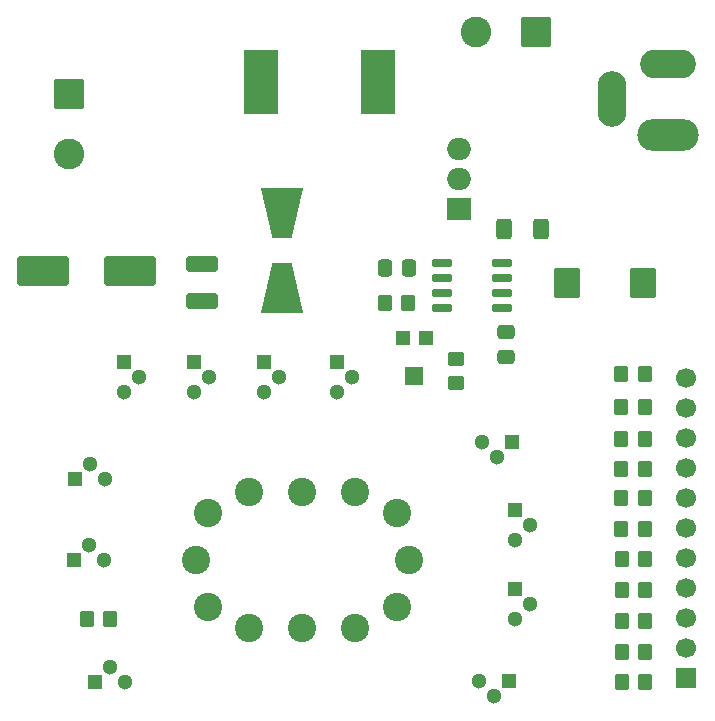
<source format=gbr>
%TF.GenerationSoftware,KiCad,Pcbnew,9.0.1*%
%TF.CreationDate,2025-06-28T16:23:07-04:00*%
%TF.ProjectId,nixie-hvdc,6e697869-652d-4687-9664-632e6b696361,rev?*%
%TF.SameCoordinates,Original*%
%TF.FileFunction,Soldermask,Top*%
%TF.FilePolarity,Negative*%
%FSLAX46Y46*%
G04 Gerber Fmt 4.6, Leading zero omitted, Abs format (unit mm)*
G04 Created by KiCad (PCBNEW 9.0.1) date 2025-06-28 16:23:07*
%MOMM*%
%LPD*%
G01*
G04 APERTURE LIST*
G04 Aperture macros list*
%AMRoundRect*
0 Rectangle with rounded corners*
0 $1 Rounding radius*
0 $2 $3 $4 $5 $6 $7 $8 $9 X,Y pos of 4 corners*
0 Add a 4 corners polygon primitive as box body*
4,1,4,$2,$3,$4,$5,$6,$7,$8,$9,$2,$3,0*
0 Add four circle primitives for the rounded corners*
1,1,$1+$1,$2,$3*
1,1,$1+$1,$4,$5*
1,1,$1+$1,$6,$7*
1,1,$1+$1,$8,$9*
0 Add four rect primitives between the rounded corners*
20,1,$1+$1,$2,$3,$4,$5,0*
20,1,$1+$1,$4,$5,$6,$7,0*
20,1,$1+$1,$6,$7,$8,$9,0*
20,1,$1+$1,$8,$9,$2,$3,0*%
%AMOutline4P*
0 Free polygon, 4 corners , with rotation*
0 The origin of the aperture is its center*
0 number of corners: always 4*
0 $1 to $8 corner X, Y*
0 $9 Rotation angle, in degrees counterclockwise*
0 create outline with 4 corners*
4,1,4,$1,$2,$3,$4,$5,$6,$7,$8,$1,$2,$9*%
G04 Aperture macros list end*
%ADD10R,1.300000X1.300000*%
%ADD11C,1.300000*%
%ADD12RoundRect,0.250000X0.350000X0.450000X-0.350000X0.450000X-0.350000X-0.450000X0.350000X-0.450000X0*%
%ADD13O,5.204000X2.704000*%
%ADD14O,4.704000X2.454000*%
%ADD15O,2.454000X4.704000*%
%ADD16RoundRect,0.150000X-0.725000X-0.150000X0.725000X-0.150000X0.725000X0.150000X-0.725000X0.150000X0*%
%ADD17C,2.397760*%
%ADD18R,2.900000X5.400000*%
%ADD19RoundRect,0.250001X-0.872499X-1.044999X0.872499X-1.044999X0.872499X1.044999X-0.872499X1.044999X0*%
%ADD20R,2.000000X1.905000*%
%ADD21O,2.000000X1.905000*%
%ADD22RoundRect,0.250000X1.100000X-0.412500X1.100000X0.412500X-1.100000X0.412500X-1.100000X-0.412500X0*%
%ADD23RoundRect,0.250000X-0.450000X0.350000X-0.450000X-0.350000X0.450000X-0.350000X0.450000X0.350000X0*%
%ADD24Outline4P,-2.150000X-1.800000X2.150000X-0.800000X2.150000X0.800000X-2.150000X1.800000X90.000000*%
%ADD25Outline4P,-2.150000X-1.800000X2.150000X-0.800000X2.150000X0.800000X-2.150000X1.800000X270.000000*%
%ADD26RoundRect,0.250000X-1.050000X1.050000X-1.050000X-1.050000X1.050000X-1.050000X1.050000X1.050000X0*%
%ADD27C,2.600000*%
%ADD28RoundRect,0.250000X-0.400000X-0.625000X0.400000X-0.625000X0.400000X0.625000X-0.400000X0.625000X0*%
%ADD29RoundRect,0.250000X1.950000X1.000000X-1.950000X1.000000X-1.950000X-1.000000X1.950000X-1.000000X0*%
%ADD30RoundRect,0.250000X-0.475000X0.337500X-0.475000X-0.337500X0.475000X-0.337500X0.475000X0.337500X0*%
%ADD31R,1.200000X1.200000*%
%ADD32R,1.600000X1.500000*%
%ADD33RoundRect,0.250000X0.337500X0.475000X-0.337500X0.475000X-0.337500X-0.475000X0.337500X-0.475000X0*%
%ADD34RoundRect,0.250000X-0.350000X-0.450000X0.350000X-0.450000X0.350000X0.450000X-0.350000X0.450000X0*%
%ADD35R,1.700000X1.700000*%
%ADD36C,1.700000*%
%ADD37RoundRect,0.250000X1.050000X1.050000X-1.050000X1.050000X-1.050000X-1.050000X1.050000X-1.050000X0*%
G04 APERTURE END LIST*
D10*
%TO.C,Q9*%
X142540001Y-95460000D03*
D11*
X143810001Y-96730000D03*
X142540001Y-98000000D03*
%TD*%
D12*
%TO.C,R10*%
X174800000Y-117400000D03*
X172800000Y-117400000D03*
%TD*%
D10*
%TO.C,Q2*%
X148730000Y-95480000D03*
D11*
X150000000Y-96750000D03*
X148730000Y-98020000D03*
%TD*%
D13*
%TO.C,J2*%
X176700000Y-76250000D03*
D14*
X176700000Y-70250000D03*
D15*
X172000000Y-73250000D03*
%TD*%
D12*
%TO.C,R3*%
X174750000Y-96500000D03*
X172750000Y-96500000D03*
%TD*%
D16*
%TO.C,U1*%
X157550000Y-87080000D03*
X157550000Y-88350000D03*
X157550000Y-89620000D03*
X157550000Y-90890000D03*
X162700000Y-90890000D03*
X162700000Y-89620000D03*
X162700000Y-88350000D03*
X162700000Y-87080000D03*
%TD*%
D12*
%TO.C,R11*%
X174800000Y-122600000D03*
X172800000Y-122600000D03*
%TD*%
D17*
%TO.C,NX1*%
X141251660Y-117998020D03*
X137751540Y-108252040D03*
X141251660Y-106501980D03*
X145750000Y-106501980D03*
X150248340Y-106501980D03*
X153748460Y-108252040D03*
X154749219Y-112250000D03*
X153748460Y-116247960D03*
X150248340Y-117998020D03*
X145750000Y-117998020D03*
X137751540Y-116247960D03*
X136750781Y-112250000D03*
%TD*%
D10*
%TO.C,Q7*%
X136540001Y-95460000D03*
D11*
X137810001Y-96730000D03*
X136540001Y-98000000D03*
%TD*%
D10*
%TO.C,Q3*%
X126480000Y-105360000D03*
D11*
X127750000Y-104090000D03*
X129020000Y-105360000D03*
%TD*%
D10*
%TO.C,Q1*%
X128229999Y-122610000D03*
D11*
X129499999Y-121340000D03*
X130769999Y-122610000D03*
%TD*%
D18*
%TO.C,L1*%
X152150002Y-71750000D03*
X142250000Y-71750000D03*
%TD*%
D12*
%TO.C,R1*%
X174800000Y-120000000D03*
X172800000Y-120000000D03*
%TD*%
%TO.C,R9*%
X174750000Y-104500000D03*
X172750000Y-104500000D03*
%TD*%
D19*
%TO.C,C1*%
X168200000Y-88750000D03*
X174615000Y-88750000D03*
%TD*%
D20*
%TO.C,Q12*%
X159000000Y-82540000D03*
D21*
X159000000Y-80000000D03*
X159000000Y-77460001D03*
%TD*%
D12*
%TO.C,R4*%
X174750000Y-109600000D03*
X172750000Y-109600000D03*
%TD*%
D22*
%TO.C,C5*%
X137250000Y-90312500D03*
X137250000Y-87187500D03*
%TD*%
D10*
%TO.C,Q8*%
X163750000Y-114710000D03*
D11*
X165020000Y-115980000D03*
X163750000Y-117250000D03*
%TD*%
D23*
%TO.C,R13*%
X158750000Y-95250000D03*
X158750000Y-97250000D03*
%TD*%
D24*
%TO.C,D1*%
X144000000Y-89250000D03*
D25*
X144000000Y-82850000D03*
%TD*%
D26*
%TO.C,J4*%
X126000000Y-72750000D03*
D27*
X126000000Y-77829999D03*
%TD*%
D28*
%TO.C,R_SENSE1*%
X162849999Y-84200000D03*
X165950001Y-84200000D03*
%TD*%
D10*
%TO.C,Q6*%
X163750000Y-107980000D03*
D11*
X165020000Y-109250000D03*
X163750000Y-110520000D03*
%TD*%
D29*
%TO.C,C4*%
X131200000Y-87750000D03*
X123800000Y-87750000D03*
%TD*%
D10*
%TO.C,Q5*%
X130680002Y-95479999D03*
D11*
X131950002Y-96749999D03*
X130680002Y-98019999D03*
%TD*%
D30*
%TO.C,C3*%
X163000000Y-92962500D03*
X163000000Y-95037500D03*
%TD*%
D31*
%TO.C,RV1*%
X156250000Y-93450000D03*
D32*
X155250000Y-96700000D03*
D31*
X154250000Y-93450000D03*
%TD*%
D33*
%TO.C,C2*%
X154787500Y-87500000D03*
X152712500Y-87500000D03*
%TD*%
D12*
%TO.C,R8*%
X174800000Y-114800000D03*
X172800000Y-114800000D03*
%TD*%
D10*
%TO.C,Q11*%
X126460000Y-112250000D03*
D11*
X127730000Y-110980000D03*
X129000000Y-112250000D03*
%TD*%
D12*
%TO.C,R6*%
X174800000Y-112200000D03*
X172800000Y-112200000D03*
%TD*%
D34*
%TO.C,R12*%
X152712500Y-90500000D03*
X154712500Y-90500000D03*
%TD*%
D12*
%TO.C,R2*%
X174750000Y-107000000D03*
X172750000Y-107000000D03*
%TD*%
D35*
%TO.C,J1*%
X178250000Y-122250000D03*
D36*
X178250000Y-119710000D03*
X178250000Y-117170001D03*
X178250000Y-114630000D03*
X178250000Y-112090000D03*
X178250000Y-109550000D03*
X178250000Y-107010000D03*
X178250000Y-104469999D03*
X178250000Y-101930000D03*
X178250000Y-99390000D03*
X178250000Y-96850000D03*
%TD*%
D10*
%TO.C,Q10*%
X163270001Y-122500000D03*
D11*
X162000001Y-123770000D03*
X160730001Y-122500000D03*
%TD*%
D10*
%TO.C,Q4*%
X163520001Y-102250000D03*
D11*
X162250001Y-103520000D03*
X160980001Y-102250000D03*
%TD*%
D12*
%TO.C,R5*%
X174750000Y-99250000D03*
X172750000Y-99250000D03*
%TD*%
D37*
%TO.C,J3*%
X165545001Y-67577500D03*
D27*
X160465002Y-67577500D03*
%TD*%
D12*
%TO.C,R7*%
X174750000Y-102000000D03*
X172750000Y-102000000D03*
%TD*%
%TO.C,R14*%
X129500000Y-117250000D03*
X127500000Y-117250000D03*
%TD*%
M02*

</source>
